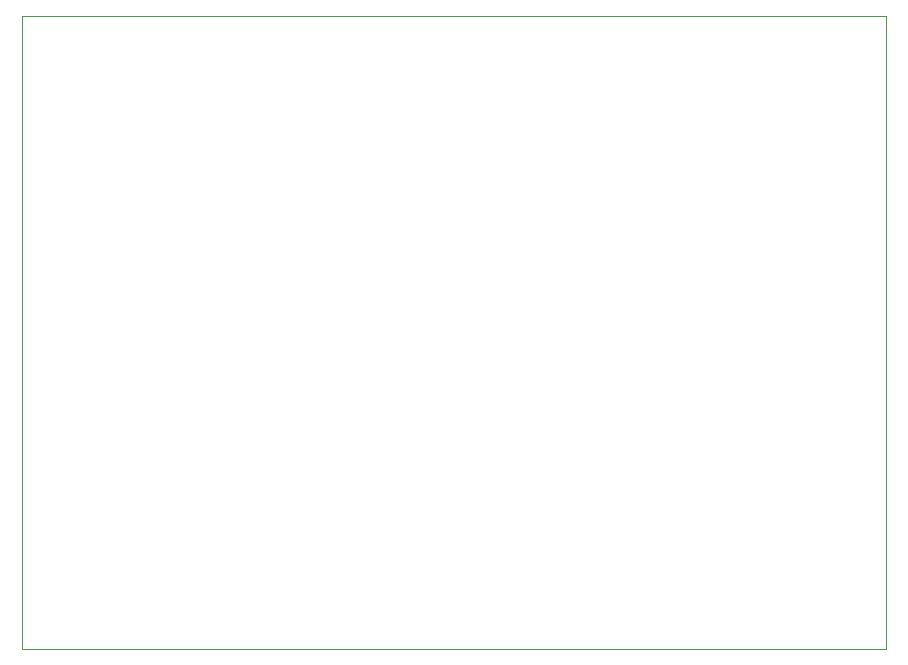
<source format=gko>
%FSLAX24Y24*%
%MOIN*%
%SFA1B1*%

%IPPOS*%
%ADD60C,0.000000*%
%LN2x-h-bridge-1*%
%LPD*%
G54D60*
X5866Y3307D02*
X34685D01*
X5866D02*
Y24409D01*
X25443D02*
X34685D01*
Y3307D02*
Y24409D01*
X5866D02*
X12156D01*
X25443*
M02*
</source>
